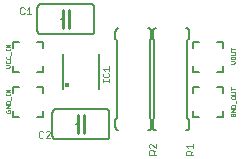
<source format=gto>
G75*
%MOIN*%
%OFA0B0*%
%FSLAX25Y25*%
%IPPOS*%
%LPD*%
%AMOC8*
5,1,8,0,0,1.08239X$1,22.5*
%
%ADD10C,0.00600*%
%ADD11C,0.01000*%
%ADD12C,0.00200*%
%ADD13C,0.00800*%
%ADD14C,0.01575*%
D10*
X0022300Y0014050D02*
X0022300Y0022050D01*
X0022302Y0022110D01*
X0022307Y0022171D01*
X0022316Y0022230D01*
X0022329Y0022289D01*
X0022345Y0022348D01*
X0022365Y0022405D01*
X0022388Y0022460D01*
X0022415Y0022515D01*
X0022444Y0022567D01*
X0022477Y0022618D01*
X0022513Y0022667D01*
X0022551Y0022713D01*
X0022593Y0022757D01*
X0022637Y0022799D01*
X0022683Y0022837D01*
X0022732Y0022873D01*
X0022783Y0022906D01*
X0022835Y0022935D01*
X0022890Y0022962D01*
X0022945Y0022985D01*
X0023002Y0023005D01*
X0023061Y0023021D01*
X0023120Y0023034D01*
X0023179Y0023043D01*
X0023240Y0023048D01*
X0023300Y0023050D01*
X0040300Y0023050D01*
X0040360Y0023048D01*
X0040421Y0023043D01*
X0040480Y0023034D01*
X0040539Y0023021D01*
X0040598Y0023005D01*
X0040655Y0022985D01*
X0040710Y0022962D01*
X0040765Y0022935D01*
X0040817Y0022906D01*
X0040868Y0022873D01*
X0040917Y0022837D01*
X0040963Y0022799D01*
X0041007Y0022757D01*
X0041049Y0022713D01*
X0041087Y0022667D01*
X0041123Y0022618D01*
X0041156Y0022567D01*
X0041185Y0022515D01*
X0041212Y0022460D01*
X0041235Y0022405D01*
X0041255Y0022348D01*
X0041271Y0022289D01*
X0041284Y0022230D01*
X0041293Y0022171D01*
X0041298Y0022110D01*
X0041300Y0022050D01*
X0041300Y0014050D01*
X0041298Y0013990D01*
X0041293Y0013929D01*
X0041284Y0013870D01*
X0041271Y0013811D01*
X0041255Y0013752D01*
X0041235Y0013695D01*
X0041212Y0013640D01*
X0041185Y0013585D01*
X0041156Y0013533D01*
X0041123Y0013482D01*
X0041087Y0013433D01*
X0041049Y0013387D01*
X0041007Y0013343D01*
X0040963Y0013301D01*
X0040917Y0013263D01*
X0040868Y0013227D01*
X0040817Y0013194D01*
X0040765Y0013165D01*
X0040710Y0013138D01*
X0040655Y0013115D01*
X0040598Y0013095D01*
X0040539Y0013079D01*
X0040480Y0013066D01*
X0040421Y0013057D01*
X0040360Y0013052D01*
X0040300Y0013050D01*
X0023300Y0013050D01*
X0023240Y0013052D01*
X0023179Y0013057D01*
X0023120Y0013066D01*
X0023061Y0013079D01*
X0023002Y0013095D01*
X0022945Y0013115D01*
X0022890Y0013138D01*
X0022835Y0013165D01*
X0022783Y0013194D01*
X0022732Y0013227D01*
X0022683Y0013263D01*
X0022637Y0013301D01*
X0022593Y0013343D01*
X0022551Y0013387D01*
X0022513Y0013433D01*
X0022477Y0013482D01*
X0022444Y0013533D01*
X0022415Y0013585D01*
X0022388Y0013640D01*
X0022365Y0013695D01*
X0022345Y0013752D01*
X0022329Y0013811D01*
X0022316Y0013870D01*
X0022307Y0013929D01*
X0022302Y0013990D01*
X0022300Y0014050D01*
X0030300Y0018050D02*
X0030800Y0018050D01*
X0032800Y0018050D02*
X0033300Y0018050D01*
X0043300Y0017050D02*
X0043300Y0019550D01*
X0043800Y0020050D01*
X0043800Y0046050D01*
X0043300Y0046550D01*
X0043300Y0049050D01*
X0043302Y0049110D01*
X0043307Y0049171D01*
X0043316Y0049230D01*
X0043329Y0049289D01*
X0043345Y0049348D01*
X0043365Y0049405D01*
X0043388Y0049460D01*
X0043415Y0049515D01*
X0043444Y0049567D01*
X0043477Y0049618D01*
X0043513Y0049667D01*
X0043551Y0049713D01*
X0043593Y0049757D01*
X0043637Y0049799D01*
X0043683Y0049837D01*
X0043732Y0049873D01*
X0043783Y0049906D01*
X0043835Y0049935D01*
X0043890Y0049962D01*
X0043945Y0049985D01*
X0044002Y0050005D01*
X0044061Y0050021D01*
X0044120Y0050034D01*
X0044179Y0050043D01*
X0044240Y0050048D01*
X0044300Y0050050D01*
X0036300Y0049050D02*
X0036300Y0057050D01*
X0036298Y0057110D01*
X0036293Y0057171D01*
X0036284Y0057230D01*
X0036271Y0057289D01*
X0036255Y0057348D01*
X0036235Y0057405D01*
X0036212Y0057460D01*
X0036185Y0057515D01*
X0036156Y0057567D01*
X0036123Y0057618D01*
X0036087Y0057667D01*
X0036049Y0057713D01*
X0036007Y0057757D01*
X0035963Y0057799D01*
X0035917Y0057837D01*
X0035868Y0057873D01*
X0035817Y0057906D01*
X0035765Y0057935D01*
X0035710Y0057962D01*
X0035655Y0057985D01*
X0035598Y0058005D01*
X0035539Y0058021D01*
X0035480Y0058034D01*
X0035421Y0058043D01*
X0035360Y0058048D01*
X0035300Y0058050D01*
X0018300Y0058050D01*
X0018240Y0058048D01*
X0018179Y0058043D01*
X0018120Y0058034D01*
X0018061Y0058021D01*
X0018002Y0058005D01*
X0017945Y0057985D01*
X0017890Y0057962D01*
X0017835Y0057935D01*
X0017783Y0057906D01*
X0017732Y0057873D01*
X0017683Y0057837D01*
X0017637Y0057799D01*
X0017593Y0057757D01*
X0017551Y0057713D01*
X0017513Y0057667D01*
X0017477Y0057618D01*
X0017444Y0057567D01*
X0017415Y0057515D01*
X0017388Y0057460D01*
X0017365Y0057405D01*
X0017345Y0057348D01*
X0017329Y0057289D01*
X0017316Y0057230D01*
X0017307Y0057171D01*
X0017302Y0057110D01*
X0017300Y0057050D01*
X0017300Y0049050D01*
X0017302Y0048990D01*
X0017307Y0048929D01*
X0017316Y0048870D01*
X0017329Y0048811D01*
X0017345Y0048752D01*
X0017365Y0048695D01*
X0017388Y0048640D01*
X0017415Y0048585D01*
X0017444Y0048533D01*
X0017477Y0048482D01*
X0017513Y0048433D01*
X0017551Y0048387D01*
X0017593Y0048343D01*
X0017637Y0048301D01*
X0017683Y0048263D01*
X0017732Y0048227D01*
X0017783Y0048194D01*
X0017835Y0048165D01*
X0017890Y0048138D01*
X0017945Y0048115D01*
X0018002Y0048095D01*
X0018061Y0048079D01*
X0018120Y0048066D01*
X0018179Y0048057D01*
X0018240Y0048052D01*
X0018300Y0048050D01*
X0035300Y0048050D01*
X0035360Y0048052D01*
X0035421Y0048057D01*
X0035480Y0048066D01*
X0035539Y0048079D01*
X0035598Y0048095D01*
X0035655Y0048115D01*
X0035710Y0048138D01*
X0035765Y0048165D01*
X0035817Y0048194D01*
X0035868Y0048227D01*
X0035917Y0048263D01*
X0035963Y0048301D01*
X0036007Y0048343D01*
X0036049Y0048387D01*
X0036087Y0048433D01*
X0036123Y0048482D01*
X0036156Y0048533D01*
X0036185Y0048585D01*
X0036212Y0048640D01*
X0036235Y0048695D01*
X0036255Y0048752D01*
X0036271Y0048811D01*
X0036284Y0048870D01*
X0036293Y0048929D01*
X0036298Y0048990D01*
X0036300Y0049050D01*
X0028300Y0053050D02*
X0027800Y0053050D01*
X0025800Y0053050D02*
X0025300Y0053050D01*
X0019300Y0045550D02*
X0017300Y0045550D01*
X0019300Y0045550D02*
X0019300Y0043550D01*
X0019300Y0037550D02*
X0019300Y0035550D01*
X0017300Y0035550D01*
X0011300Y0035550D02*
X0009300Y0035550D01*
X0009300Y0037550D01*
X0009300Y0043550D02*
X0009300Y0045550D01*
X0011300Y0045550D01*
X0011300Y0030550D02*
X0009300Y0030550D01*
X0009300Y0028550D01*
X0017300Y0030550D02*
X0019300Y0030550D01*
X0019300Y0028550D01*
X0019300Y0022550D02*
X0019300Y0020550D01*
X0017300Y0020550D01*
X0011300Y0020550D02*
X0009300Y0020550D01*
X0009300Y0022550D01*
X0043300Y0017050D02*
X0043302Y0016990D01*
X0043307Y0016929D01*
X0043316Y0016870D01*
X0043329Y0016811D01*
X0043345Y0016752D01*
X0043365Y0016695D01*
X0043388Y0016640D01*
X0043415Y0016585D01*
X0043444Y0016533D01*
X0043477Y0016482D01*
X0043513Y0016433D01*
X0043551Y0016387D01*
X0043593Y0016343D01*
X0043637Y0016301D01*
X0043683Y0016263D01*
X0043732Y0016227D01*
X0043783Y0016194D01*
X0043835Y0016165D01*
X0043890Y0016138D01*
X0043945Y0016115D01*
X0044002Y0016095D01*
X0044061Y0016079D01*
X0044120Y0016066D01*
X0044179Y0016057D01*
X0044240Y0016052D01*
X0044300Y0016050D01*
X0054300Y0016050D02*
X0054360Y0016052D01*
X0054421Y0016057D01*
X0054480Y0016066D01*
X0054539Y0016079D01*
X0054598Y0016095D01*
X0054655Y0016115D01*
X0054710Y0016138D01*
X0054765Y0016165D01*
X0054817Y0016194D01*
X0054868Y0016227D01*
X0054917Y0016263D01*
X0054963Y0016301D01*
X0055007Y0016343D01*
X0055049Y0016387D01*
X0055087Y0016433D01*
X0055123Y0016482D01*
X0055156Y0016533D01*
X0055185Y0016585D01*
X0055212Y0016640D01*
X0055235Y0016695D01*
X0055255Y0016752D01*
X0055271Y0016811D01*
X0055284Y0016870D01*
X0055293Y0016929D01*
X0055298Y0016990D01*
X0055300Y0017050D01*
X0055300Y0019550D01*
X0054800Y0020050D01*
X0054800Y0046050D01*
X0055300Y0046550D01*
X0055300Y0049050D01*
X0055800Y0049050D02*
X0055800Y0046550D01*
X0056300Y0046050D01*
X0056300Y0020050D01*
X0055800Y0019550D01*
X0055800Y0017050D01*
X0055802Y0016990D01*
X0055807Y0016929D01*
X0055816Y0016870D01*
X0055829Y0016811D01*
X0055845Y0016752D01*
X0055865Y0016695D01*
X0055888Y0016640D01*
X0055915Y0016585D01*
X0055944Y0016533D01*
X0055977Y0016482D01*
X0056013Y0016433D01*
X0056051Y0016387D01*
X0056093Y0016343D01*
X0056137Y0016301D01*
X0056183Y0016263D01*
X0056232Y0016227D01*
X0056283Y0016194D01*
X0056335Y0016165D01*
X0056390Y0016138D01*
X0056445Y0016115D01*
X0056502Y0016095D01*
X0056561Y0016079D01*
X0056620Y0016066D01*
X0056679Y0016057D01*
X0056740Y0016052D01*
X0056800Y0016050D01*
X0066800Y0016050D02*
X0066860Y0016052D01*
X0066921Y0016057D01*
X0066980Y0016066D01*
X0067039Y0016079D01*
X0067098Y0016095D01*
X0067155Y0016115D01*
X0067210Y0016138D01*
X0067265Y0016165D01*
X0067317Y0016194D01*
X0067368Y0016227D01*
X0067417Y0016263D01*
X0067463Y0016301D01*
X0067507Y0016343D01*
X0067549Y0016387D01*
X0067587Y0016433D01*
X0067623Y0016482D01*
X0067656Y0016533D01*
X0067685Y0016585D01*
X0067712Y0016640D01*
X0067735Y0016695D01*
X0067755Y0016752D01*
X0067771Y0016811D01*
X0067784Y0016870D01*
X0067793Y0016929D01*
X0067798Y0016990D01*
X0067800Y0017050D01*
X0067800Y0019550D01*
X0067300Y0020050D01*
X0067300Y0046050D01*
X0067800Y0046550D01*
X0067800Y0049050D01*
X0067798Y0049110D01*
X0067793Y0049171D01*
X0067784Y0049230D01*
X0067771Y0049289D01*
X0067755Y0049348D01*
X0067735Y0049405D01*
X0067712Y0049460D01*
X0067685Y0049515D01*
X0067656Y0049567D01*
X0067623Y0049618D01*
X0067587Y0049667D01*
X0067549Y0049713D01*
X0067507Y0049757D01*
X0067463Y0049799D01*
X0067417Y0049837D01*
X0067368Y0049873D01*
X0067317Y0049906D01*
X0067265Y0049935D01*
X0067210Y0049962D01*
X0067155Y0049985D01*
X0067098Y0050005D01*
X0067039Y0050021D01*
X0066980Y0050034D01*
X0066921Y0050043D01*
X0066860Y0050048D01*
X0066800Y0050050D01*
X0069300Y0045550D02*
X0069300Y0043550D01*
X0069300Y0045550D02*
X0071300Y0045550D01*
X0077300Y0045550D02*
X0079300Y0045550D01*
X0079300Y0043550D01*
X0079300Y0037550D02*
X0079300Y0035550D01*
X0077300Y0035550D01*
X0071300Y0035550D02*
X0069300Y0035550D01*
X0069300Y0037550D01*
X0069300Y0030550D02*
X0069300Y0028550D01*
X0069300Y0030550D02*
X0071300Y0030550D01*
X0077300Y0030550D02*
X0079300Y0030550D01*
X0079300Y0028550D01*
X0079300Y0022550D02*
X0079300Y0020550D01*
X0077300Y0020550D01*
X0071300Y0020550D02*
X0069300Y0020550D01*
X0069300Y0022550D01*
X0055800Y0049050D02*
X0055802Y0049110D01*
X0055807Y0049171D01*
X0055816Y0049230D01*
X0055829Y0049289D01*
X0055845Y0049348D01*
X0055865Y0049405D01*
X0055888Y0049460D01*
X0055915Y0049515D01*
X0055944Y0049567D01*
X0055977Y0049618D01*
X0056013Y0049667D01*
X0056051Y0049713D01*
X0056093Y0049757D01*
X0056137Y0049799D01*
X0056183Y0049837D01*
X0056232Y0049873D01*
X0056283Y0049906D01*
X0056335Y0049935D01*
X0056390Y0049962D01*
X0056445Y0049985D01*
X0056502Y0050005D01*
X0056561Y0050021D01*
X0056620Y0050034D01*
X0056679Y0050043D01*
X0056740Y0050048D01*
X0056800Y0050050D01*
X0055300Y0049050D02*
X0055298Y0049110D01*
X0055293Y0049171D01*
X0055284Y0049230D01*
X0055271Y0049289D01*
X0055255Y0049348D01*
X0055235Y0049405D01*
X0055212Y0049460D01*
X0055185Y0049515D01*
X0055156Y0049567D01*
X0055123Y0049618D01*
X0055087Y0049667D01*
X0055049Y0049713D01*
X0055007Y0049757D01*
X0054963Y0049799D01*
X0054917Y0049837D01*
X0054868Y0049873D01*
X0054817Y0049906D01*
X0054765Y0049935D01*
X0054710Y0049962D01*
X0054655Y0049985D01*
X0054598Y0050005D01*
X0054539Y0050021D01*
X0054480Y0050034D01*
X0054421Y0050043D01*
X0054360Y0050048D01*
X0054300Y0050050D01*
D11*
X0027800Y0050050D02*
X0027800Y0053050D01*
X0027800Y0056050D01*
X0025800Y0056050D02*
X0025800Y0053050D01*
X0025800Y0050050D01*
X0030800Y0021050D02*
X0030800Y0018050D01*
X0030800Y0015050D01*
X0032800Y0015050D02*
X0032800Y0018050D01*
X0032800Y0021050D01*
D12*
X0018160Y0013538D02*
X0017800Y0013898D01*
X0017800Y0015341D01*
X0018160Y0015702D01*
X0018882Y0015702D01*
X0019243Y0015341D01*
X0019975Y0015341D02*
X0020336Y0015702D01*
X0021057Y0015702D01*
X0021418Y0015341D01*
X0021418Y0014980D01*
X0019975Y0013538D01*
X0021418Y0013538D01*
X0019243Y0013898D02*
X0018882Y0013538D01*
X0018160Y0013538D01*
X0008200Y0022129D02*
X0007971Y0021900D01*
X0007053Y0021900D01*
X0006824Y0022129D01*
X0006824Y0022588D01*
X0007053Y0022817D01*
X0007512Y0022817D02*
X0007512Y0022359D01*
X0007512Y0022817D02*
X0007971Y0022817D01*
X0008200Y0022588D01*
X0008200Y0022129D01*
X0008200Y0023350D02*
X0006824Y0023350D01*
X0008200Y0024267D01*
X0006824Y0024267D01*
X0006824Y0024800D02*
X0006824Y0025488D01*
X0007053Y0025717D01*
X0007971Y0025717D01*
X0008200Y0025488D01*
X0008200Y0024800D01*
X0006824Y0024800D01*
X0008429Y0026250D02*
X0008429Y0027167D01*
X0008200Y0027700D02*
X0008200Y0028159D01*
X0008200Y0027930D02*
X0006824Y0027930D01*
X0006824Y0028159D02*
X0006824Y0027700D01*
X0006824Y0028667D02*
X0008200Y0029584D01*
X0006824Y0029584D01*
X0006824Y0028667D02*
X0008200Y0028667D01*
X0007741Y0036900D02*
X0006824Y0036900D01*
X0006824Y0037817D02*
X0007741Y0037817D01*
X0008200Y0037359D01*
X0007741Y0036900D01*
X0007971Y0038350D02*
X0007053Y0038350D01*
X0006824Y0038579D01*
X0006824Y0039038D01*
X0007053Y0039267D01*
X0007053Y0039800D02*
X0007971Y0039800D01*
X0008200Y0040029D01*
X0008200Y0040488D01*
X0007971Y0040717D01*
X0008429Y0041250D02*
X0008429Y0042167D01*
X0008200Y0042700D02*
X0008200Y0043159D01*
X0008200Y0042930D02*
X0006824Y0042930D01*
X0006824Y0043159D02*
X0006824Y0042700D01*
X0006824Y0043667D02*
X0008200Y0044584D01*
X0006824Y0044584D01*
X0006824Y0043667D02*
X0008200Y0043667D01*
X0007053Y0040717D02*
X0006824Y0040488D01*
X0006824Y0040029D01*
X0007053Y0039800D01*
X0007971Y0039267D02*
X0008200Y0039038D01*
X0008200Y0038579D01*
X0007971Y0038350D01*
X0011910Y0054788D02*
X0011550Y0055148D01*
X0011550Y0056591D01*
X0011910Y0056952D01*
X0012632Y0056952D01*
X0012993Y0056591D01*
X0013725Y0056230D02*
X0014446Y0056952D01*
X0014446Y0054788D01*
X0013725Y0054788D02*
X0015168Y0054788D01*
X0012993Y0055148D02*
X0012632Y0054788D01*
X0011910Y0054788D01*
X0038999Y0036575D02*
X0041163Y0036575D01*
X0041163Y0035854D02*
X0041163Y0037297D01*
X0039720Y0035854D02*
X0038999Y0036575D01*
X0039359Y0035121D02*
X0038999Y0034761D01*
X0038999Y0034039D01*
X0039359Y0033679D01*
X0040802Y0033679D01*
X0041163Y0034039D01*
X0041163Y0034761D01*
X0040802Y0035121D01*
X0041163Y0032950D02*
X0041163Y0032229D01*
X0041163Y0032589D02*
X0038999Y0032589D01*
X0038999Y0032229D02*
X0038999Y0032950D01*
X0054897Y0011518D02*
X0054536Y0011157D01*
X0054536Y0010436D01*
X0054897Y0010075D01*
X0054897Y0009343D02*
X0055618Y0009343D01*
X0055979Y0008982D01*
X0055979Y0007900D01*
X0056700Y0007900D02*
X0054536Y0007900D01*
X0054536Y0008982D01*
X0054897Y0009343D01*
X0055979Y0008621D02*
X0056700Y0009343D01*
X0056700Y0010075D02*
X0055257Y0011518D01*
X0054897Y0011518D01*
X0056700Y0011518D02*
X0056700Y0010075D01*
X0066898Y0010696D02*
X0069062Y0010696D01*
X0069062Y0009975D02*
X0069062Y0011418D01*
X0067620Y0009975D02*
X0066898Y0010696D01*
X0067259Y0009243D02*
X0067980Y0009243D01*
X0068341Y0008882D01*
X0068341Y0007800D01*
X0068341Y0008521D02*
X0069062Y0009243D01*
X0069062Y0007800D02*
X0066898Y0007800D01*
X0066898Y0008882D01*
X0067259Y0009243D01*
X0081824Y0020879D02*
X0082053Y0020650D01*
X0082971Y0020650D01*
X0083200Y0020879D01*
X0083200Y0021338D01*
X0082971Y0021567D01*
X0082512Y0021567D01*
X0082512Y0021109D01*
X0082053Y0021567D02*
X0081824Y0021338D01*
X0081824Y0020879D01*
X0081824Y0022100D02*
X0083200Y0023017D01*
X0081824Y0023017D01*
X0081824Y0023550D02*
X0081824Y0024238D01*
X0082053Y0024467D01*
X0082971Y0024467D01*
X0083200Y0024238D01*
X0083200Y0023550D01*
X0081824Y0023550D01*
X0081824Y0022100D02*
X0083200Y0022100D01*
X0083429Y0025000D02*
X0083429Y0025917D01*
X0082971Y0026450D02*
X0082053Y0026450D01*
X0081824Y0026680D01*
X0081824Y0027138D01*
X0082053Y0027368D01*
X0082971Y0027368D01*
X0083200Y0027138D01*
X0083200Y0026680D01*
X0082971Y0026450D01*
X0082971Y0027900D02*
X0081824Y0027900D01*
X0081824Y0028818D02*
X0082971Y0028818D01*
X0083200Y0028588D01*
X0083200Y0028130D01*
X0082971Y0027900D01*
X0081824Y0029350D02*
X0081824Y0030268D01*
X0081824Y0029809D02*
X0083200Y0029809D01*
X0082741Y0038150D02*
X0081824Y0038150D01*
X0082741Y0038150D02*
X0083200Y0038609D01*
X0082741Y0039067D01*
X0081824Y0039067D01*
X0082053Y0039600D02*
X0081824Y0039829D01*
X0081824Y0040288D01*
X0082053Y0040517D01*
X0082971Y0040517D01*
X0083200Y0040288D01*
X0083200Y0039829D01*
X0082971Y0039600D01*
X0082053Y0039600D01*
X0081824Y0041050D02*
X0082971Y0041050D01*
X0083200Y0041279D01*
X0083200Y0041738D01*
X0082971Y0041967D01*
X0081824Y0041967D01*
X0081824Y0042500D02*
X0081824Y0043417D01*
X0081824Y0042959D02*
X0083200Y0042959D01*
D13*
X0037706Y0041456D02*
X0037706Y0029644D01*
X0025894Y0029644D02*
X0025894Y0041456D01*
D14*
X0027272Y0031022D03*
M02*

</source>
